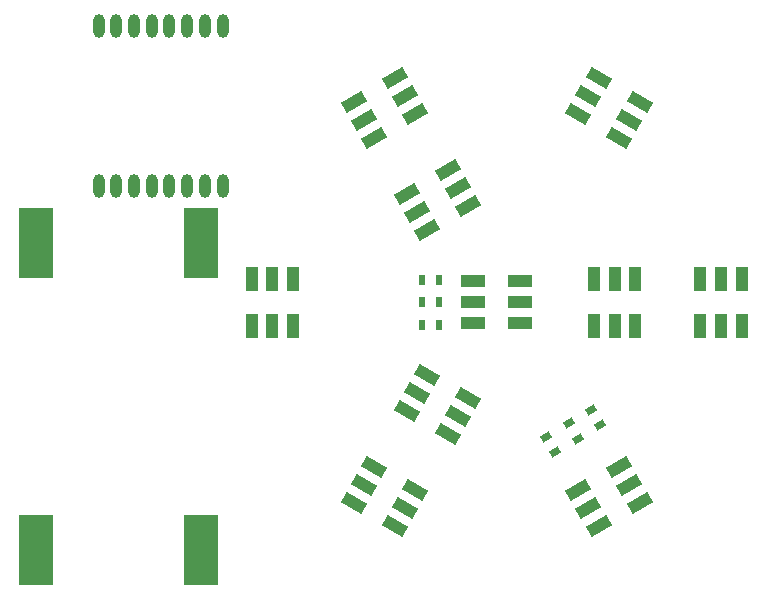
<source format=gtp>
G04 Layer_Color=8421504*
%FSLAX25Y25*%
%MOIN*%
G70*
G01*
G75*
%ADD11R,0.11811X0.23622*%
%ADD12O,0.03937X0.07874*%
G04:AMPARAMS|DCode=13|XSize=78.74mil|YSize=39.37mil|CornerRadius=0mil|HoleSize=0mil|Usage=FLASHONLY|Rotation=30.000|XOffset=0mil|YOffset=0mil|HoleType=Round|Shape=Rectangle|*
%AMROTATEDRECTD13*
4,1,4,-0.02425,-0.03673,-0.04394,-0.00264,0.02425,0.03673,0.04394,0.00264,-0.02425,-0.03673,0.0*
%
%ADD13ROTATEDRECTD13*%

G04:AMPARAMS|DCode=14|XSize=78.74mil|YSize=39.37mil|CornerRadius=0mil|HoleSize=0mil|Usage=FLASHONLY|Rotation=330.000|XOffset=0mil|YOffset=0mil|HoleType=Round|Shape=Rectangle|*
%AMROTATEDRECTD14*
4,1,4,-0.04394,0.00264,-0.02425,0.03673,0.04394,-0.00264,0.02425,-0.03673,-0.04394,0.00264,0.0*
%
%ADD14ROTATEDRECTD14*%

%ADD15R,0.03937X0.07874*%
G04:AMPARAMS|DCode=16|XSize=33.47mil|YSize=23.62mil|CornerRadius=0mil|HoleSize=0mil|Usage=FLASHONLY|Rotation=210.000|XOffset=0mil|YOffset=0mil|HoleType=Round|Shape=Rectangle|*
%AMROTATEDRECTD16*
4,1,4,0.00859,0.01860,0.02040,-0.00186,-0.00859,-0.01860,-0.02040,0.00186,0.00859,0.01860,0.0*
%
%ADD16ROTATEDRECTD16*%

%ADD17R,0.02362X0.03347*%
%ADD18R,0.07874X0.03937*%
D11*
X-153559Y-82705D02*
D03*
X-98441D02*
D03*
Y19658D02*
D03*
X-153559D02*
D03*
D12*
X-132669Y92076D02*
D03*
X-126764D02*
D03*
X-120858D02*
D03*
X-114953D02*
D03*
X-109047D02*
D03*
X-103142D02*
D03*
X-97236D02*
D03*
X-91331D02*
D03*
Y38876D02*
D03*
X-97236D02*
D03*
X-103142D02*
D03*
X-109047D02*
D03*
X-114953D02*
D03*
X-120858D02*
D03*
X-126764D02*
D03*
X-132669D02*
D03*
D13*
X-16311Y43999D02*
D03*
X-12866Y38032D02*
D03*
X-9421Y32066D02*
D03*
X-23059Y24192D02*
D03*
X-26504Y30158D02*
D03*
X-29949Y36125D02*
D03*
X34027Y-74685D02*
D03*
X30582Y-68718D02*
D03*
X27138Y-62752D02*
D03*
X40776Y-54878D02*
D03*
X44221Y-60844D02*
D03*
X47666Y-66811D02*
D03*
X-47666Y66811D02*
D03*
X-44221Y60844D02*
D03*
X-40776Y54878D02*
D03*
X-27138Y62752D02*
D03*
X-30582Y68718D02*
D03*
X-34027Y74685D02*
D03*
D14*
X47666Y66811D02*
D03*
X44221Y60844D02*
D03*
X40776Y54878D02*
D03*
X27138Y62752D02*
D03*
X30582Y68718D02*
D03*
X34027Y74685D02*
D03*
X-27138Y-62752D02*
D03*
X-30582Y-68718D02*
D03*
X-34027Y-74685D02*
D03*
X-47666Y-66811D02*
D03*
X-44221Y-60844D02*
D03*
X-40776Y-54878D02*
D03*
X-29949Y-36125D02*
D03*
X-26504Y-30158D02*
D03*
X-23059Y-24192D02*
D03*
X-9421Y-32066D02*
D03*
X-12866Y-38032D02*
D03*
X-16311Y-43999D02*
D03*
D15*
X-81693Y-7874D02*
D03*
X-74803D02*
D03*
X-67913D02*
D03*
Y7874D02*
D03*
X-74803D02*
D03*
X-81693D02*
D03*
X81693Y-7874D02*
D03*
X74803D02*
D03*
X67913D02*
D03*
Y7874D02*
D03*
X74803D02*
D03*
X81693D02*
D03*
X46260Y-7874D02*
D03*
X39370D02*
D03*
X32480D02*
D03*
Y7874D02*
D03*
X39370D02*
D03*
X46260D02*
D03*
D16*
X34476Y-41057D02*
D03*
X31524Y-35943D02*
D03*
X26976Y-45557D02*
D03*
X24024Y-40443D02*
D03*
X19476Y-50057D02*
D03*
X16524Y-44943D02*
D03*
D17*
X-19047Y7500D02*
D03*
X-24953D02*
D03*
X-19047Y0D02*
D03*
X-24953D02*
D03*
X-19047Y-7500D02*
D03*
X-24953D02*
D03*
D18*
X-7874Y-6890D02*
D03*
Y0D02*
D03*
Y6890D02*
D03*
X7874D02*
D03*
Y0D02*
D03*
Y-6890D02*
D03*
M02*

</source>
